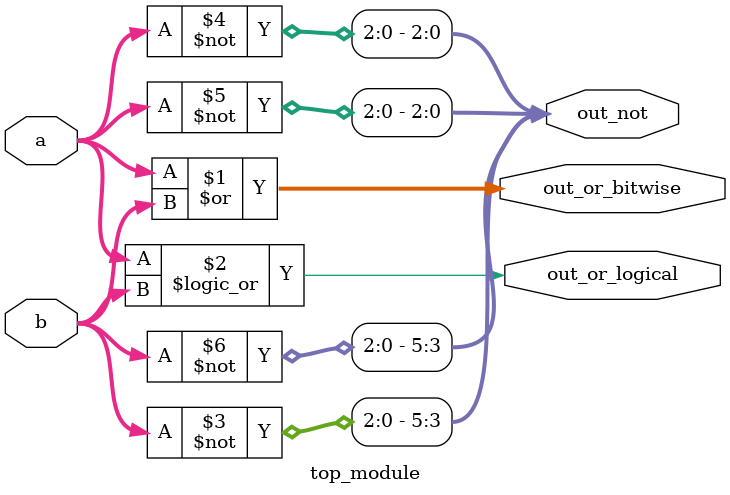
<source format=v>
module top_module (
	input [2:0] a, b,
	output [2:0] out_or_bitwise,
	output out_or_logical,
	output [5:0] out_not);
	
	assign out_or_bitwise = a | b;
	assign out_or_logical = a || b;
	//solution1
	assign out_not[5:3] = ~b;
	assign out_not[2:0] = ~a;

	//solution2
	assign out_not= {~b,~a};
endmodule
</source>
